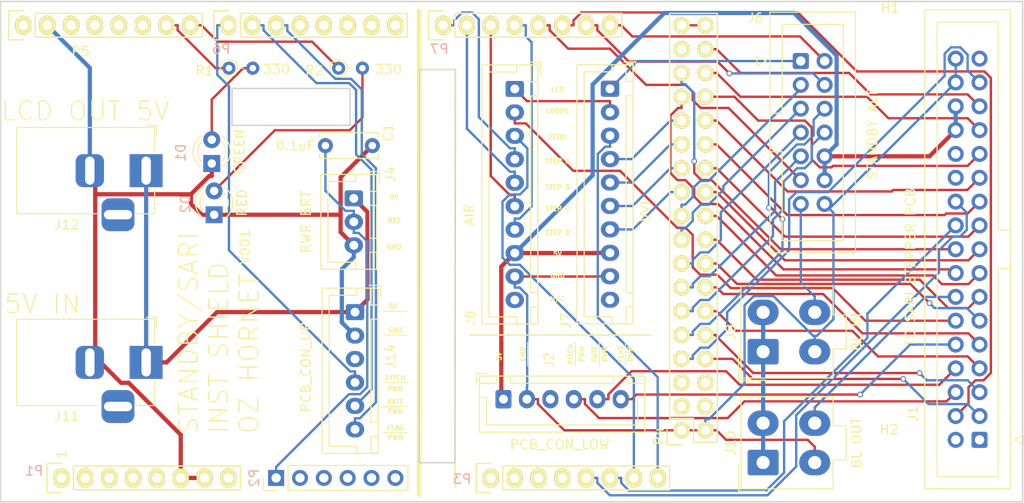
<source format=kicad_pcb>
(kicad_pcb (version 20211014) (generator pcbnew)
  (title_block (date "mar. 31 mars 2015"))
  (layers (0 "F.Cu" signal) (31 "B.Cu" signal) (34 "B.Paste" user) (35 "F.Paste" user) (36 "B.SilkS" user "B.Silkscreen") (37 "F.SilkS" user "F.Silkscreen") (38 "B.Mask" user) (39 "F.Mask" user) (44 "Edge.Cuts" user))
  (net 0 "")
  (net 1 "/47")
  (net 2 "/45")
  (net 3 "/43")
  (net 4 "/41")
  (net 5 "/39")
  (net 6 "/37")
  (net 7 "/SDA")
  (net 8 "/VDD")
  (net 9 "/25")
  (net 11 "/23")
  (net 12 "GNDD")
  (net 14 "Net-(D1-Pad2)")
  (net 15 "Net-(D2-Pad2)")
  (net 16 "/49")
  (net 17 "/D13")
  (net 18 "/D5")
  (net 19 "/21(SCL)")
  (net 20 "/LOWER_OUTPUT_5V")
  (net 21 "/UPPER_OUTPUT_5V")
  (net 22 "+5VL")
  (net 23 "/A3")
  (net 24 "/A2")
  (net 25 "/A1")
  (net 26 "/A0")
  (net 27 "/A4")
  (net 28 "/IOREF")
  (net 29 "/Reset")
  (net 30 "+3V3")
  (net 31 "/Vin")
  (net 32 "/A5")
  (net 33 "/LED_DATA_LOOP_3")
  (net 34 "/LED_DATA_OUT")
  (net 35 "/LED+5V")
  (net 38 "/22")
  (net 40 "/LED_DATA_LOOP_1")
  (net 41 "/LED_DATA_IN")
  (net 42 "/LED_DATA_LOOP_2")
  (net 43 "/A11")
  (net 44 "/A10")
  (net 45 "/A9")
  (net 46 "/A8")
  (net 47 "/A15")
  (net 48 "/35")
  (net 49 "/A14")
  (net 50 "/33")
  (net 51 "/A13")
  (net 52 "/31")
  (net 53 "/29")
  (net 54 "/27")
  (net 55 "/48")
  (net 56 "/46")
  (net 57 "/44")
  (net 58 "/D18")
  (net 59 "/52")
  (net 60 "/53")
  (net 61 "/50")
  (net 62 "/51")
  (net 63 "/ARF")
  (net 64 "/D12")
  (net 65 "/D11")
  (net 66 "/D10")
  (net 67 "/D8")
  (net 68 "/D7")
  (net 69 "/D6")
  (net 70 "/D4")
  (net 71 "/D3")
  (net 72 "/D2")
  (net 73 "/D1")
  (net 74 "/D0")
  (net 75 "/D19")
  (net 76 "/D9")
  (net 77 "/LGND")
  (net 78 "/ENCODER_A")
  (net 79 "/ENCODER_B")
  (net 80 "/TEST_PUSH")
  (net 81 "/ALT_COIL_C")
  (net 82 "/ALT_COIL_D")
  (net 83 "/ALT_COIL_A")
  (net 84 "/ALT_COIL_B")
  (net 85 "Net-(P4-Pad35)")
  (net 86 "/AIR_COIL_D")
  (net 87 "/AIR_COIL_C")
  (net 88 "/AIR_COIL_B")
  (net 89 "/AIR_COIL_A")
  (net 90 "/SERVO_PITCH")
  (net 91 "/SERVO_RATE")
  (net 92 "/SERVO_FLAG")
  (net 93 "/28")
  (net 94 "/30")
  (net 95 "/32")
  (net 96 "/34")
  (footprint "Socket_Arduino_Mega:Socket_Strip_Arduino_2x18" (layer "F.Cu") (at 197.358 114.046 90)
    (fp_text reference "P4")
    (fp_text value "Digital" hide)
  )
  (footprint "Socket_Arduino_Mega:Socket_Strip_Arduino_1x08" (layer "F.Cu") (at 131.318 119.126)
    (fp_text reference "P1")
    (fp_text value "Power")
  )
  (footprint "Connector_PinHeader_2.54mm:PinHeader_1x06_P2.54mm_Vertical" (layer "F.Cu") (at 154.178 119.126 90)
    (fp_text reference "P2")
    (fp_text value "Analog")
  )
  (footprint "Socket_Arduino_Mega:Socket_Strip_Arduino_1x08" (layer "F.Cu") (at 177.038 119.126)
    (fp_text reference "P3")
    (fp_text value "Analog")
  )
  (footprint "Socket_Arduino_Mega:Socket_Strip_Arduino_1x08" (layer "F.Cu") (at 127.254 70.866)
    (fp_text reference "P5")
    (fp_text value "PWM")
  )
  (footprint "Socket_Arduino_Mega:Socket_Strip_Arduino_1x08" (layer "F.Cu") (at 149.098 70.866)
    (fp_text reference "P6")
    (fp_text value "PWM")
  )
  (footprint "Socket_Arduino_Mega:Socket_Strip_Arduino_1x08" (layer "F.Cu") (at 171.958 70.866)
    (fp_text reference "P7")
    (fp_text value "Communication")
  )
  (footprint "LED_THT:LED_D3.0mm" (layer "F.Cu") (at 147.32 85.603 90)
    (fp_text reference "D1")
    (fp_text value "GREEN")
  )
  (footprint "LED_THT:LED_D3.0mm" (layer "F.Cu") (at 147.574 91.064 90)
    (fp_text reference "D2")
    (fp_text value "RED")
  )
  (footprint "PT_Library_v001:PT_R_Axial_DIN0204_L3.6mm_D1.6mm_P2.54mm_Vertical" (layer "F.Cu") (at 149.148 75.438)
    (fp_text reference "R1")
    (fp_text value "330")
  )
  (footprint "PT_Library_v001:PT_R_Axial_DIN0204_L3.6mm_D1.6mm_P2.54mm_Vertical" (layer "F.Cu") (at 160.832 75.438)
    (fp_text reference "R2")
    (fp_text value "330")
  )
  (footprint "Connector_IDC:IDC-Header_2x07_P2.54mm_Vertical" (layer "F.Cu") (at 210.058 74.676)
    (fp_text reference "J6")
    (fp_text value "STANDBY ALT")
  )
  (footprint "Connector_JST:JST_XH_B6B-XH-A_1x06_P2.50mm_Vertical" (layer "F.Cu") (at 178.388 110.727)
    (fp_text reference "J2")
    (fp_text value "PCB_CON_LOW")
  )
  (footprint "Connector_JST:JST_XH_B10B-XH-A_1x10_P2.50mm_Vertical" (layer "F.Cu") (at 189.738 77.63 -90)
    (fp_text reference "J7")
    (fp_text value "VVI")
  )
  (footprint "Connector_BarrelJack:BarrelJack_Horizontal" (layer "F.Cu") (at 140.335 106.807)
    (fp_text reference "J11")
    (fp_text value "5V IN")
  )
  (footprint "Connector_Molex:Molex_Mini-Fit_Jr_5566-04A_2x02_P4.20mm_Vertical" (layer "F.Cu") (at 206.046 105.664 90)
    (fp_text reference "J9")
    (fp_text value "BL IN")
  )
  (footprint "Connector_BarrelJack:BarrelJack_Horizontal" (layer "F.Cu") (at 140.335 86.36)
    (fp_text reference "J12")
    (fp_text value "LCD OUT 5V")
  )
  (footprint "MountingHole:MountingHole_2.5mm" (layer "F.Cu") (at 219.456 117.475)
    (fp_text reference "H2")
    (fp_text value "H2")
  )
  (footprint "Capacitor_THT:C_Disc_D6.0mm_W2.5mm_P5.00mm" (layer "F.Cu") (at 159.425 83.693)
    (fp_text reference "C1")
    (fp_text value "0.1uF")
  )
  (footprint "MountingHole:MountingHole_2.5mm" (layer "F.Cu") (at 219.583 72.517)
    (fp_text reference "H1")
    (fp_text value "H1")
  )
  (footprint "Connector_JST:JST_XH_B10B-XH-A_1x10_P2.50mm_Vertical" (layer "F.Cu") (at 179.595 77.65 -90)
    (fp_text reference "J8")
    (fp_text value "AIR")
  )
  (footprint "Connector_JST:JST_XH_B3B-XH-A_1x03_P2.50mm_Vertical" (layer "F.Cu") (at 162.45 89.321 -90)
    (fp_text reference "J4")
    (fp_text value "RWR BRT")
  )
  (footprint "Connector_JST:JST_XH_B6B-XH-A_1x06_P2.50mm_Vertical" (layer "F.Cu") (at 162.577 101.446 -90)
    (fp_text reference "J14")
    (fp_text value "PCB_CON_UP")
  )
  (footprint "Connector_IDC:IDC-Header_2x17_P2.54mm_Vertical" (layer "F.Cu") (at 229.0985 115.062 180)
    (fp_text reference "J1")
    (fp_text value "TO SARI STEPPER PCB")
  )
  (footprint "Connector_Molex:Molex_Mini-Fit_Jr_5566-04A_2x02_P4.20mm_Vertical" (layer "F.Cu") (at 206.046 117.484 90)
    (fp_text reference "J10")
    (fp_text value "BL OUT")
  )
  (gr_line (start 174.752 103.886) (end 194.056 103.886) (layer "F.SilkS") (width 0.15))
  (gr_line (start 165.608 111.506) (end 168.148 111.506) (layer "F.SilkS") (width 0.1))
  (gr_line (start 165.608 103.886) (end 168.148 103.886) (layer "F.SilkS") (width 0.1))
  (gr_line (start 188.595 107.188) (end 188.595 104.648) (layer "F.SilkS") (width 0.1))
  (gr_line (start 165.608 108.966) (end 168.148 108.966) (layer "F.SilkS") (width 0.1))
  (gr_line (start 173.228 75.565) (end 173.228 120.0785) (layer "F.SilkS") (width 0.15))
  (gr_line (start 169.418 69.342) (end 169.418 120.904) (layer "F.SilkS") (width 0.5))
  (gr_line (start 165.608 114.3) (end 168.148 114.3) (layer "F.SilkS") (width 0.1))
  (gr_line (start 186.055 107.188) (end 186.055 104.648) (layer "F.SilkS") (width 0.1))
  (gr_line (start 169.4815 75.565) (end 173.228 75.565) (layer "F.SilkS") (width 0.15))
  (gr_line (start 191.389 107.188) (end 191.389 104.648) (layer "F.SilkS") (width 0.1))
  (gr_line (start 180.975 107.188) (end 180.975 104.648) (layer "F.SilkS") (width 0.1))
  (gr_line (start 178.435 107.188) (end 178.435 104.648) (layer "F.SilkS") (width 0.1))
  (gr_line (start 165.608 101.346) (end 168.148 101.346) (layer "F.SilkS") (width 0.1))
  (gr_line (start 124.841 121.666) (end 233.68 121.666) (layer "Edge.Cuts") (width 0.15))
  (gr_line (start 149.479 77.597) (end 149.606 77.597) (layer "Edge.Cuts") (width 0.15))
  (gr_line (start 169.418 117.5004) (end 169.4688 75.5904) (layer "Edge.Cuts") (width 0.15))
  (gr_line (start 124.841 68.326) (end 233.68 68.326) (layer "Edge.Cuts") (width 0.15))
  (gr_line (start 173.228 117.5004) (end 169.418 117.5004) (layer "Edge.Cuts") (width 0.15))
  (gr_line (start 149.606 77.597) (end 162.052 77.597) (layer "Edge.Cuts") (width 0.15))
  (gr_line (start 149.479 81.534) (end 149.479 77.597) (layer "Edge.Cuts") (width 0.15))
  (gr_line (start 173.2788 75.5904) (end 173.228 117.5004) (layer "Edge.Cuts") (width 0.15))
  (gr_line (start 162.052 81.534) (end 149.479 81.534) (layer "Edge.Cuts") (width 0.15))
  (gr_line (start 233.68 121.666) (end 233.68 68.326) (layer "Edge.Cuts") (width 0.15))
  (gr_line (start 124.841 68.326) (end 124.841 121.666) (layer "Edge.Cuts") (width 0.15))
  (gr_line (start 169.4688 75.5904) (end 173.2788 75.5904) (layer "Edge.Cuts") (width 0.15))
  (gr_line (start 162.052 77.597) (end 162.052 81.534) (layer "Edge.Cuts") (width 0.15))
  (gr_text "LOOPS" (at 184.15 80.01) (layer "F.SilkS") (effects (font (size 0.5 0.5) (thickness 0.125))))
  (gr_text "PITCH" (at 166.878 108.458) (layer "F.SilkS") (effects (font (size 0.5 0.5) (thickness 0.125))))
  (gr_text "PWM" (at 186.69 105.918 90) (layer "F.SilkS") (effects (font (size 0.5 0.5) (thickness 0.125))))
  (gr_text "5V" (at 166.624 100.838) (layer "F.SilkS") (effects (font (size 0.5 0.5) (thickness 0.125))))
  (gr_text "PWM" (at 189.23 105.918 90) (layer "F.SilkS") (effects (font (size 0.5 0.5) (thickness 0.125))))
  (gr_text "PWM" (at 166.878 114.808) (layer "F.SilkS") (effects (font (size 0.5 0.5) (thickness 0.125))))
  (gr_text "5V" (at 177.927 106.172 90) (layer "F.SilkS") (effects (font (size 0.5 0.5) (thickness 0.125))))
  (gr_text "ZERO" (at 184.15 82.804) (layer "F.SilkS") (effects (font (size 0.5 0.5) (thickness 0.125))))
  (gr_text "GND" (at 166.751 94.488) (layer "F.SilkS") (effects (font (size 0.5 0.5) (thickness 0.125))))
  (gr_text "RATE" (at 188.087 105.918 90) (layer "F.SilkS") (effects (font (size 0.5 0.5) (thickness 0.125))))
  (gr_text "PWM" (at 166.878 112.014) (layer "F.SilkS") (effects (font (size 0.5 0.5) (thickness 0.125))))
  (gr_text "STEP C" (at 184.15 90.424) (layer "F.SilkS") (effects (font (size 0.5 0.5) (thickness 0.125))))
  (gr_text "N/C" (at 184.15 100.076) (layer "F.SilkS") (effects (font (size 0.5 0.5) (thickness 0.125))))
  (gr_text "GND" (at 180.467 105.918 90) (layer "F.SilkS") (effects (font (size 0.5 0.5) (thickness 0.125))))
  (gr_text "1" (at 131.318 116.586 90) (layer "F.SilkS") (effects (font (size 1 1))))
  (gr_text "BRT" (at 166.751 91.694) (layer "F.SilkS") (effects (font (size 0.5 0.5) (thickness 0.125))))
  (gr_text "STANDBY/SARI\nINST SHIELD \nOZ HORNET" (at 148.082 114.554 90) (layer "F.SilkS") (effects (font (size 2 2)) (justify left)))
  (gr_text "PWM" (at 191.897 105.918 90) (layer "F.SilkS") (effects (font (size 0.5 0.5) (thickness 0.125))))
  (gr_text "GND" (at 166.878 103.378) (layer "F.SilkS") (effects (font (size 0.5 0.5) (thickness 0.125))))
  (gr_text "FLAG" (at 190.881 105.918 90) (layer "F.SilkS") (effects (font (size 0.5 0.5) (thickness 0.125))))
  (gr_text "5V" (at 184.15 95.25) (layer "F.SilkS") (effects (font (size 0.5 0.5) (thickness 0.125))))
  (gr_text "PITCH" (at 185.547 105.918 90) (layer "F.SilkS") (effects (font (size 0.5 0.5) (thickness 0.125))))
  (gr_text "STEP D" (at 184.15 92.964) (layer "F.SilkS") (effects (font (size 0.5 0.5) (thickness 0.125))))
  (gr_text "V001\n" (at 150.876 94.488 90) (layer "F.SilkS") (effects (font (size 1 1))))
  (gr_text "5V" (at 166.751 89.154) (layer "F.SilkS") (effects (font (size 0.5 0.5) (thickness 0.125))))
  (gr_text "LED" (at 184.15 77.724) (layer "F.SilkS") (effects (font (size 0.5 0.5) (thickness 0.125))))
  (gr_text "PWM" (at 166.878 109.601) (layer "F.SilkS") (effects (font (size 0.5 0.5) (thickness 0.125))))
  (gr_text "RATE" (at 166.878 110.998) (layer "F.SilkS") (effects (font (size 0.5 0.5) (thickness 0.125))))
  (gr_text "STEP B" (at 184.15 88.138) (layer "F.SilkS") (effects (font (size 0.5 0.5) (thickness 0.125))))
  (gr_text "FLAG" (at 166.878 113.792) (layer "F.SilkS") (effects (font (size 0.5 0.5) (thickness 0.125))))
  (gr_text "GND" (at 184.15 97.536) (layer "F.SilkS") (effects (font (size 0.5 0.5) (thickness 0.125))))
  (gr_text "STEP A" (at 184.15 85.344) (layer "F.SilkS") (effects (font (size 0.5 0.5) (thickness 0.125))))
  (segment (start 204.9935 107.9412) (end 201.0869 104.0346) (width 0.25) (layer "F.Cu") (net 1))
  (segment (start 201.0869 104.0346) (end 201.0869 103.886) (width 0.25) (layer "F.Cu") (net 1))
  (segment (start 199.898 103.886) (end 201.0869 103.886) (width 0.25) (layer "F.Cu") (net 1))
  (segment (start 222.7067 107.9412) (end 204.9935 107.9412) (width 0.25) (layer "F.Cu") (net 1))
  (via (at 222.7067 107.9412) (size 0.6) (drill 0.4) (layers "F.Cu" "B.Cu") (net 1))
  (segment (start 229.0985 109.982) (end 227.8285 108.712) (width 0.25) (layer "B.Cu") (net 1))
  (segment (start 223.4775 108.712) (end 222.7067 107.9412) (width 0.25) (layer "B.Cu") (net 1))
  (segment (start 227.8285 108.712) (end 223.4775 108.712) (width 0.25) (layer "B.Cu") (net 1))
  (segment (start 199.898 101.346) (end 201.0869 101.346) (width 0.25) (layer "F.Cu") (net 2))
  (segment (start 227.8285 106.172) (end 218.2864 106.172) (width 0.25) (layer "F.Cu") (net 2))
  (segment (start 215.55 103.4356) (end 203.1765 103.4356) (width 0.25) (layer "F.Cu") (net 2))
  (segment (start 229.0985 107.442) (end 227.8285 106.172) (width 0.25) (layer "F.Cu") (net 2))
  (segment (start 203.1765 103.4356) (end 201.0869 101.346) (width 0.25) (layer "F.Cu") (net 2))
  (segment (start 218.2864 106.172) (end 215.55 103.4356) (width 0.25) (layer "F.Cu") (net 2))
  (segment (start 229.0985 104.902) (end 227.9084 103.7119) (width 0.25) (layer "F.Cu") (net 3))
  (segment (start 227.9084 103.7119) (end 216.637 103.7119) (width 0.25) (layer "F.Cu") (net 3))
  (segment (start 216.637 103.7119) (end 212.4368 99.5117) (width 0.25) (layer "F.Cu") (net 3))
  (segment (start 212.4368 99.5117) (end 201.7926 99.5117) (width 0.25) (layer "F.Cu") (net 3))
  (segment (start 201.7926 99.5117) (end 201.0869 98.806) (width 0.25) (layer "F.Cu") (net 3))
  (segment (start 199.898 98.806) (end 201.0869 98.806) (width 0.25) (layer "F.Cu") (net 3))
  (segment (start 199.898 96.266) (end 201.0869 96.266) (width 0.25) (layer "F.Cu") (net 4))
  (segment (start 203.2584 98.4375) (end 221.7245 98.4375) (width 0.25) (layer "F.Cu") (net 4))
  (segment (start 221.7245 98.4375) (end 223.7707 100.4837) (width 0.25) (layer "F.Cu") (net 4))
  (segment (start 201.0869 96.266) (end 203.2584 98.4375) (width 0.25) (layer "F.Cu") (net 4))
  (via (at 223.7707 100.4837) (size 0.6) (drill 0.4) (layers "F.Cu" "B.Cu") (net 4))
  (segment (start 227.7574 101.0209) (end 224.3079 101.0209) (width 0.25) (layer "B.Cu") (net 4))
  (segment (start 229.0985 102.362) (end 227.7574 101.0209) (width 0.25) (layer "B.Cu") (net 4))
  (segment (start 224.3079 101.0209) (end 223.7707 100.4837) (width 0.25) (layer "B.Cu") (net 4))
  (segment (start 222.7253 97.9871) (end 225.7648 101.0266) (width 0.25) (layer "F.Cu") (net 5))
  (segment (start 201.0869 93.726) (end 205.348 97.9871) (width 0.25) (layer "F.Cu") (net 5))
  (segment (start 205.348 97.9871) (end 222.7253 97.9871) (width 0.25) (layer "F.Cu") (net 5))
  (segment (start 227.8939 101.0266) (end 229.0985 99.822) (width 0.25) (layer "F.Cu") (net 5))
  (segment (start 199.898 93.726) (end 201.0869 93.726) (width 0.25) (layer "F.Cu") (net 5))
  (segment (start 225.7648 101.0266) (end 227.8939 101.0266) (width 0.25) (layer "F.Cu") (net 5))
  (segment (start 224.1632 97.5367) (end 207.4376 97.5367) (width 0.25) (layer "F.Cu") (net 6))
  (segment (start 207.4376 97.5367) (end 201.0869 91.186) (width 0.25) (layer "F.Cu") (net 6))
  (segment (start 225.088 98.4615) (end 224.1632 97.5367) (width 0.25) (layer "F.Cu") (net 6))
  (segment (start 199.898 91.186) (end 201.0869 91.186) (width 0.25) (layer "F.Cu") (net 6))
  (segment (start 229.0985 97.282) (end 227.919 98.4615) (width 0.25) (layer "F.Cu") (net 6))
  (segment (start 227.919 98.4615) (end 225.088 98.4615) (width 0.25) (layer "F.Cu") (net 6))
  (segment (start 191.7421 74.7413) (end 188.3869 71.3861) (width 0.25) (layer "F.Cu") (net 7))
  (segment (start 201.1939 74.7413) (end 191.7421 74.7413) (width 0.25) (layer "F.Cu") (net 7))
  (segment (start 202.4482 75.9956) (end 201.1939 74.7413) (width 0.25) (layer "F.Cu") (net 7))
  (segment (start 188.3869 71.3861) (end 188.3869 70.866) (width 0.25) (layer "F.Cu") (net 7))
  (segment (start 187.198 70.866) (end 188.3869 70.866) (width 0.25) (layer "F.Cu") (net 7))
  (via (at 202.4482 75.9956) (size 0.6) (drill 0.4) (layers "F.Cu" "B.Cu") (net 7))
  (segment (start 211.3776 75.9956) (end 202.4482 75.9956) (width 0.25) (layer "B.Cu") (net 7))
  (segment (start 212.598 77.216) (end 211.3776 75.9956) (width 0.25) (layer "B.Cu") (net 7))
  (segment (start 227.8285 80.772) (end 219.3895 80.772) (width 0.25) (layer "F.Cu") (net 9))
  (segment (start 229.0985 82.042) (end 227.8285 80.772) (width 0.25) (layer "F.Cu") (net 9))
  (segment (start 217.1035 78.486) (end 203.6269 78.486) (width 0.25) (layer "F.Cu") (net 9))
  (segment (start 203.6269 78.486) (end 201.0869 75.946) (width 0.25) (layer "F.Cu") (net 9))
  (segment (start 219.3895 80.772) (end 217.1035 78.486) (width 0.25) (layer "F.Cu") (net 9))
  (segment (start 199.898 75.946) (end 201.0869 75.946) (width 0.25) (layer "F.Cu") (net 9))
  (segment (start 217.4864 78.232) (end 227.8285 78.232) (width 0.25) (layer "F.Cu") (net 11))
  (segment (start 199.898 73.406) (end 201.0869 73.406) (width 0.25) (layer "F.Cu") (net 11))
  (segment (start 203.6269 75.946) (end 215.2004 75.946) (width 0.25) (layer "F.Cu") (net 11))
  (segment (start 227.8285 78.232) (end 229.0985 79.502) (width 0.25) (layer "F.Cu") (net 11))
  (segment (start 215.2004 75.946) (end 217.4864 78.232) (width 0.25) (layer "F.Cu") (net 11))
  (segment (start 201.0869 73.406) (end 203.6269 75.946) (width 0.25) (layer "F.Cu") (net 11))
  (segment (start 134.9083 106.2337) (end 137.657 108.9824) (width 0.45) (layer "F.Cu") (net 12))
  (segment (start 147.0604 86.9283) (end 147.32 86.9283) (width 0.45) (layer "F.Cu") (net 12))
  (segment (start 161.0441 91.064) (end 148.8993 91.064) (width 0.45) (layer "F.Cu") (net 12))
  (segment (start 134.335 86.36) (end 134.9083 86.9333) (width 0.45) (layer "F.Cu") (net 12))
  (segment (start 161.0441 91.064) (end 161.0441 87.0739) (width 0.45) (layer "F.Cu") (net 12))
  (segment (start 147.574 91.064) (end 148.8993 91.064) (width 0.45) (layer "F.Cu") (net 12))
  (segment (start 134.9083 88.8813) (end 134.9083 106.2337) (width 0.45) (layer "F.Cu") (net 12))
  (segment (start 162.45 94.321) (end 161.0441 92.9151) (width 0.45) (layer "F.Cu") (net 12))
  (segment (start 145.1072 88.8815) (end 147.0604 86.9283) (width 0.45) (layer "F.Cu") (net 12))
  (segment (start 145.1072 89.9225) (end 145.1072 88.8815) (width 0.45) (layer "F.Cu") (net 12))
  (segment (start 146.558 119.126) (end 145.2691 119.126) (width 0.45) (layer "F.Cu") (net 12))
  (segment (start 137.657 108.9824) (end 138.4737 108.9824) (width 0.45) (layer "F.Cu") (net 12))
  (segment (start 161.0441 92.9151) (end 161.0441 91.064) (width 0.45) (layer "F.Cu") (net 12))
  (segment (start 147.574 91.064) (end 146.2487 91.064) (width 0.45) (layer "F.Cu") (net 12))
  (segment (start 146.2487 91.064) (end 145.1072 89.9225) (width 0.45) (layer "F.Cu") (net 12))
  (segment (start 144.018 114.5267) (end 144.018 119.126) (width 0.45) (layer "F.Cu") (net 12))
  (segment (start 138.4737 108.9824) (end 144.018 114.5267) (width 0.45) (layer "F.Cu") (net 12))
  (segment (start 145.107 88.8813) (end 134.9083 88.8813) (width 0.45) (layer "F.Cu") (net 12))
  (segment (start 161.0441 87.0739) (end 164.425 83.693) (width 0.45) (layer "F.Cu") (net 12))
  (segment (start 134.9083 86.9333) (end 134.9083 88.8813) (width 0.45) (layer "F.Cu") (net 12))
  (segment (start 147.32 85.603) (end 147.32 86.9283) (width 0.45) (layer "F.Cu") (net 12))
  (segment (start 145.1072 88.8815) (end 145.107 88.8813) (width 0.45) (layer "F.Cu") (net 12))
  (segment (start 134.9083 106.2337) (end 134.335 106.807) (width 0.45) (layer "F.Cu") (net 12))
  (segment (start 144.018 119.126) (end 145.2691 119.126) (width 0.45) (layer "F.Cu") (net 12))
  (segment (start 162.45 94.321) (end 162.45 95.5963) (width 0.45) (layer "B.Cu") (net 12))
  (segment (start 134.335 86.36) (end 134.335 75.407) (width 0.45) (layer "B.Cu") (net 12))
  (segment (start 162.577 103.946) (end 161.1748 102.5438) (width 0.45) (layer "B.Cu") (net 12))
  (segment (start 161.1748 102.5438) (end 161.1748 96.8715) (width 0.45) (layer "B.Cu") (net 12))
  (segment (start 134.335 75.407) (end 129.794 70.866) (width 0.45) (layer "B.Cu") (net 12))
  (segment (start 161.1748 96.8715) (end 162.45 95.5963) (width 0.45) (layer "B.Cu") (net 12))
  (segment (start 150.6627 75.438) (end 147.32 78.7807) (width 0.25) (layer "F.Cu") (net 14))
  (segment (start 151.688 75.438) (end 150.6627 75.438) (width 0.25) (layer "F.Cu") (net 14))
  (segment (start 147.32 78.7807) (end 147.32 83.063) (width 0.25) (layer "F.Cu") (net 14))
  (segment (start 162.0182 82.0542) (end 154.0438 82.0542) (width 0.25) (layer "F.Cu") (net 15))
  (segment (start 154.0438 82.0542) (end 147.574 88.524) (width 0.25) (layer "F.Cu") (net 15))
  (segment (start 163.372 75.438) (end 163.372 80.7004) (width 0.25) (layer "F.Cu") (net 15))
  (segment (start 163.372 80.7004) (end 162.0182 82.0542) (width 0.25) (layer "F.Cu") (net 15))
  (segment (start 220.9699 108.5665) (end 204.9257 108.5665) (width 0.25) (layer "F.Cu") (net 16))
  (segment (start 202.7852 106.426) (end 199.898 106.426) (width 0.25) (layer "F.Cu") (net 16))
  (segment (start 204.9257 108.5665) (end 202.7852 106.426) (width 0.25) (layer "F.Cu") (net 16))
  (via (at 220.9699 108.5665) (size 0.6) (drill 0.4) (layers "F.Cu" "B.Cu") (net 16))
  (segment (start 227.8285 111.252) (end 223.6554 111.252) (width 0.25) (layer "B.Cu") (net 16))
  (segment (start 229.0985 112.522) (end 227.8285 111.252) (width 0.25) (layer "B.Cu") (net 16))
  (segment (start 223.6554 111.252) (end 220.9699 108.5665) (width 0.25) (layer "B.Cu") (net 16))
  (segment (start 163.0912 112.7707) (end 164.8045 111.0574) (width 0.25) (layer "B.Cu") (net 18))
  (segment (start 162.1617 76.5763) (end 160.4827 76.5763) (width 0.25) (layer "B.Cu") (net 18))
  (segment (start 154.178 70.866) (end 155.3669 70.866) (width 0.25) (layer "B.Cu") (net 18))
  (segment (start 155.3669 71.4605) (end 155.3669 70.866) (width 0.25) (layer "B.Cu") (net 18))
  (segment (start 163.2997 84.5936) (end 163.2997 77.7143) (width 0.25) (layer "B.Cu") (net 18))
  (segment (start 162.577 113.946) (end 162.577 112.7707) (width 0.25) (layer "B.Cu") (net 18))
  (segment (start 160.4827 76.5763) (end 155.3669 71.4605) (width 0.25) (layer "B.Cu") (net 18))
  (segment (start 162.577 112.7707) (end 163.0912 112.7707) (width 0.25) (layer "B.Cu") (net 18))
  (segment (start 163.2997 77.7143) (end 162.1617 76.5763) (width 0.25) (layer "B.Cu") (net 18))
  (segment (start 164.8045 111.0574) (end 164.8045 86.0984) (width 0.25) (layer "B.Cu") (net 18))
  (segment (start 164.8045 86.0984) (end 163.2997 84.5936) (width 0.25) (layer "B.Cu") (net 18))
  (segment (start 209.9769 72.0549) (end 192.1158 72.0549) (width 0.25) (layer "F.Cu") (net 19))
  (segment (start 212.598 74.676) (end 209.9769 72.0549) (width 0.25) (layer "F.Cu") (net 19))
  (segment (start 192.1158 72.0549) (end 190.9269 70.866) (width 0.25) (layer "F.Cu") (net 19))
  (segment (start 189.738 70.866) (end 190.9269 70.866) (width 0.25) (layer "F.Cu") (net 19))
  (segment (start 189.738 95.13) (end 188.3377 95.13) (width 0.45) (layer "F.Cu") (net 20))
  (segment (start 212.598 84.836) (end 223.7645 84.836) (width 0.45) (layer "F.Cu") (net 20))
  (segment (start 178.1588 110.4978) (end 178.1588 96.5862) (width 0.45) (layer "F.Cu") (net 20))
  (segment (start 178.388 110.727) (end 178.1588 110.4978) (width 0.45) (layer "F.Cu") (net 20))
  (segment (start 178.1588 96.5862) (end 179.595 95.15) (width 0.45) (layer "F.Cu") (net 20))
  (segment (start 188.3177 95.15) (end 188.3377 95.13) (width 0.45) (layer "F.Cu") (net 20))
  (segment (start 179.595 95.15) (end 188.3177 95.15) (width 0.45) (layer "F.Cu") (net 20))
  (segment (start 223.7645 84.836) (end 226.5585 82.042) (width 0.45) (layer "F.Cu") (net 20))
  (segment (start 195.5277 69.5534) (end 187.8872 77.1939) (width 0.45) (layer "B.Cu") (net 20))
  (segment (start 212.598 87.376) (end 212.598 84.836) (width 0.45) (layer "B.Cu") (net 20))
  (segment (start 187.8872 77.1939) (end 187.8872 86.8578) (width 0.45) (layer "B.Cu") (net 20))
  (segment (start 212.598 84.836) (end 213.8763 83.5577) (width 0.45) (layer "B.Cu") (net 20))
  (segment (start 213.8763 74.0915) (end 209.3382 69.5534) (width 0.45) (layer "B.Cu") (net 20))
  (segment (start 226.5585 79.502) (end 226.5585 82.042) (width 0.45) (layer "B.Cu") (net 20))
  (segment (start 213.8763 83.5577) (end 213.8763 74.0915) (width 0.45) (layer "B.Cu") (net 20))
  (segment (start 209.3382 69.5534) (end 195.5277 69.5534) (width 0.45) (layer "B.Cu") (net 20))
  (segment (start 187.8872 86.8578) (end 179.595 95.15) (width 0.45) (layer "B.Cu") (net 20))
  (segment (start 140.335 106.807) (end 142.5103 106.807) (width 0.45) (layer "F.Cu") (net 21))
  (segment (start 162.577 101.446) (end 163.9075 100.1155) (width 0.45) (layer "F.Cu") (net 21))
  (segment (start 162.577 101.446) (end 147.8713 101.446) (width 0.45) (layer "F.Cu") (net 21))
  (segment (start 163.9075 100.1155) (end 163.9075 90.7785) (width 0.45) (layer "F.Cu") (net 21))
  (segment (start 147.8713 101.446) (end 142.5103 106.807) (width 0.45) (layer "F.Cu") (net 21))
  (segment (start 163.9075 90.7785) (end 162.45 89.321) (width 0.45) (layer "F.Cu") (net 21))
  (segment (start 140.335 106.807) (end 140.335 86.36) (width 0.45) (layer "B.Cu") (net 21))
  (segment (start 163.1182 110.196) (end 163.8832 109.431) (width 0.25) (layer "B.Cu") (net 26))
  (segment (start 161.5685 90.6457) (end 159.425 88.5022) (width 0.25) (layer "B.Cu") (net 26))
  (segment (start 161.9327 110.196) (end 163.1182 110.196) (width 0.25) (layer "B.Cu") (net 26))
  (segment (start 163.8832 109.431) (end 163.8832 93.9153) (width 0.25) (layer "B.Cu") (net 26))
  (segment (start 162.45 90.6457) (end 161.5685 90.6457) (width 0.25) (layer "B.Cu") (net 26))
  (segment (start 154.178 119.126) (end 154.178 117.9507) (width 0.25) (layer "B.Cu") (net 26))
  (segment (start 162.45 91.821) (end 162.45 92.9963) (width 0.25) (layer "B.Cu") (net 26))
  (segment (start 162.45 91.821) (end 162.45 90.6457) (width 0.25) (layer "B.Cu") (net 26))
  (segment (start 162.9642 92.9963) (end 162.45 92.9963) (width 0.25) (layer "B.Cu") (net 26))
  (segment (start 159.425 88.5022) (end 159.425 83.693) (width 0.25) (layer "B.Cu") (net 26))
  (segment (start 163.8832 93.9153) (end 162.9642 92.9963) (width 0.25) (layer "B.Cu") (net 26))
  (segment (start 154.178 117.9507) (end 161.9327 110.196) (width 0.25) (layer "B.Cu") (net 26))
  (segment (start 213.4578 98.8878) (end 202.5919 98.8878) (width 0.25) (layer "F.Cu") (net 33))
  (segment (start 190.8154 86.38) (end 185.825 86.38) (width 0.25) (layer "F.Cu") (net 33))
  (segment (start 216.932 102.362) (end 213.4578 98.8878) (width 0.25) (layer "F.Cu") (net 33))
  (segment (start 202.5919 98.8878) (end 201.1591 97.455) (width 0.25) (layer "F.Cu") (net 33))
  (segment (start 201.1591 97.455) (end 199.3398 97.455) (width 0.25) (layer "F.Cu") (net 33))
  (segment (start 196.8914 92.456) (end 190.8154 86.38) (width 0.25) (layer "F.Cu") (net 33))
  (segment (start 197.7913 92.456) (end 196.8914 92.456) (width 0.25) (layer "F.Cu") (net 33))
  (segment (start 179.595 80.15) (end 179.595 81.3253) (width 0.25) (layer "F.Cu") (net 33))
  (segment (start 226.5585 102.362) (end 216.932 102.362) (width 0.25) (layer "F.Cu") (net 33))
  (segment (start 185.825 86.38) (end 180.7703 81.3253) (width 0.25) (layer "F.Cu") (net 33))
  (segment (start 198.547 96.6622) (end 198.547 93.2117) (width 0.25) (layer "F.Cu") (net 33))
  (segment (start 180.7703 81.3253) (end 179.595 81.3253) (width 0.25) (layer "F.Cu") (net 33))
  (segment (start 198.547 93.2117) (end 197.7913 92.456) (width 0.25) (layer "F.Cu") (net 33))
  (segment (start 199.3398 97.455) (end 198.547 96.6622) (width 0.25) (layer "F.Cu") (net 33))
  (segment (start 211.546 113.284) (end 211.546 111.6087) (width 0.25) (layer "B.Cu") (net 34))
  (segment (start 211.546 111.6087) (end 223.3327 99.822) (width 0.25) (layer "B.Cu") (net 34))
  (segment (start 223.3327 99.822) (end 226.5585 99.822) (width 0.25) (layer "B.Cu") (net 34))
  (segment (start 206.046 113.284) (end 206.046 115.0593) (width 0.45) (layer "B.Cu") (net 35))
  (segment (start 206.046 115.0593) (end 206.046 117.484) (width 0.45) (layer "B.Cu") (net 35))
  (segment (start 206.046 113.284) (end 206.046 105.664) (width 0.45) (layer "B.Cu") (net 35))
  (segment (start 206.046 105.664) (end 206.046 101.464) (width 0.45) (layer "B.Cu") (net 35))
  (segment (start 192.692 74.676) (end 210.058 74.676) (width 0.25) (layer "B.Cu") (net 40))
  (segment (start 189.738 77.63) (end 192.692 74.676) (width 0.25) (layer "B.Cu") (net 40))
  (segment (start 211.546 101.464) (end 211.546 99.7887) (width 0.25) (layer "B.Cu") (net 41))
  (segment (start 210.058 98.3007) (end 210.058 89.916) (width 0.25) (layer "B.Cu") (net 41))
  (segment (start 211.546 99.7887) (end 210.058 98.3007) (width 0.25) (layer "B.Cu") (net 41))
  (segment (start 180.8997 78.9547) (end 189.738 78.9547) (width 0.25) (layer "F.Cu") (net 42))
  (segment (start 189.738 80.13) (end 189.738 78.9547) (width 0.25) (layer "F.Cu") (net 42))
  (segment (start 179.595 77.65) (end 180.8997 78.9547) (width 0.25) (layer "F.Cu") (net 42))
  (segment (start 194.818 108.3858) (end 194.818 119.126) (width 0.25) (layer "B.Cu") (net 47))
  (segment (start 188.4376 84.5915) (end 188.4376 102.0054) (width 0.25) (layer "B.Cu") (net 47))
  (segment (start 189.2238 83.8053) (end 188.4376 84.5915) (width 0.25) (layer "B.Cu") (net 47))
  (segment (start 189.738 82.63) (end 189.738 83.8053) (width 0.25) (layer "B.Cu") (net 47))
  (segment (start 188.4376 102.0054) (end 194.818 108.3858) (width 0.25) (layer "B.Cu") (net 47))
  (segment (start 189.738 83.8053) (end 189.2238 83.8053) (width 0.25) (layer "B.Cu") (net 47))
  (segment (start 199.898 88.646) (end 201.0869 88.646) (width 0.25) (layer "F.Cu") (net 48))
  (segment (start 208.3611 95.9202) (end 201.0869 88.646) (width 0.25) (layer "F.Cu") (net 48))
  (segment (start 227.9203 95.9202) (end 208.3611 95.9202) (width 0.25) (layer "F.Cu") (net 48))
  (segment (start 229.0985 94.742) (end 227.9203 95.9202) (width 0.25) (layer "F.Cu") (net 48))
  (segment (start 178.2873 95.6351) (end 179.0522 96.4) (width 0.25) (layer "B.Cu") (net 49))
  (segment (start 178.2873 89.6663) (end 178.2873 95.6351) (width 0.25) (layer "B.Cu") (net 49))
  (segment (start 192.278 108.5393) (end 192.278 119.126) (width 0.25) (layer "B.Cu") (net 49))
  (segment (start 180.1469 88.9) (end 179.0536 88.9) (width 0.25) (layer "B.Cu") (net 49))
  (segment (start 180.935 83.99) (end 180.935 88.1119) (width 0.25) (layer "B.Cu") (net 49))
  (segment (start 180.1387 96.4) (end 192.278 108.5393) (width 0.25) (layer "B.Cu") (net 49))
  (segment (start 180.935 88.1119) (end 180.1469 88.9) (width 0.25) (layer "B.Cu") (net 49))
  (segment (start 179.595 82.65) (end 180.935 83.99) (width 0.25) (layer "B.Cu") (net 49))
  (segment (start 179.0522 96.4) (end 180.1387 96.4) (width 0.25) (layer "B.Cu") (net 49))
  (segment (start 179.0536 88.9) (end 178.2873 89.6663) (width 0.25) (layer "B.Cu") (net 49))
  (segment (start 227.9008 93.3997) (end 208.3806 93.3997) (width 0.25) (layer "F.Cu") (net 50))
  (segment (start 199.898 86.106) (end 201.0869 86.106) (width 0.25) (layer "F.Cu") (net 50))
  (segment (start 229.0985 92.202) (end 227.9008 93.3997) (width 0.25) (layer "F.Cu") (net 50))
  (segment (start 208.3806 93.3997) (end 201.0869 86.106) (width 0.25) (layer "F.Cu") (net 50))
  (segment (start 206.3768 120.4711) (end 191.7521 120.4711) (width 0.25) (layer "B.Cu") (net 51))
  (segment (start 217.1538 101.6067) (end 217.1538 104.2087) (width 0.25) (layer "B.Cu") (net 51))
  (segment (start 226.5585 92.202) (end 217.1538 101.6067) (width 0.25) (layer "B.Cu") (net 51))
  (segment (start 217.1538 104.2087) (end 208.2817 113.0808) (width 0.25) (layer "B.Cu") (net 51))
  (segment (start 208.2817 118.5662) (end 206.3768 120.4711) (width 0.25) (layer "B.Cu") (net 51))
  (segment (start 191.7521 120.4711) (end 190.9269 119.6459) (width 0.25) (layer "B.Cu") (net 51))
  (segment (start 190.9269 119.6459) (end 190.9269 119.126) (width 0.25) (layer "B.Cu") (net 51))
  (segment (start 208.2817 113.0808) (end 208.2817 118.5662) (width 0.25) (layer "B.Cu") (net 51))
  (segment (start 189.738 119.126) (end 190.9269 119.126) (width 0.25) (layer "B.Cu") (net 51))
  (segment (start 208.6195 91.0986) (end 201.0869 83.566) (width 0.25) (layer "F.Cu") (net 52))
  (segment (start 199.898 83.566) (end 201.0869 83.566) (width 0.25) (layer "F.Cu") (net 52))
  (segment (start 225.5425 90.932) (end 225.3759 91.0986) (width 0.25) (layer "F.Cu") (net 52))
  (segment (start 227.8285 90.932) (end 225.5425 90.932) (width 0.25) (layer "F.Cu") (net 52))
  (segment (start 225.3759 91.0986) (end 208.6195 91.0986) (width 0.25) (layer "F.Cu") (net 52))
  (segment (start 229.0985 89.662) (end 227.8285 90.932) (width 0.25) (layer "F.Cu") (net 52))
  (segment (start 229.0985 87.122) (end 227.798 88.4225) (width 0.25) (layer "F.Cu") (net 53))
  (segment (start 208.6424 88.5815) (end 201.0869 81.026) (width 0.25) (layer "F.Cu") (net 53))
  (segment (start 219.7411 88.5815) (end 208.6424 88.5815) (width 0.25) (layer "F.Cu") (net 53))
  (segment (start 227.798 88.4225) (end 219.9001 88.4225) (width 0.25) (layer "F.Cu") (net 53))
  (segment (start 199.898 81.026) (end 201.0869 81.026) (width 0.25) (layer "F.Cu") (net 53))
  (segment (start 219.9001 88.4225) (end 219.7411 88.5815) (width 0.25) (layer "F.Cu") (net 53))
  (segment (start 212.076 86.0114) (end 211.2334 85.1688) (width 0.25) (layer "F.Cu") (net 54))
  (segment (start 210.489 81.026) (end 205.53 81.026) (width 0.25) (layer "F.Cu") (net 54))
  (segment (start 202.99 78.486) (end 199.898 78.486) (width 0.25) (layer "F.Cu") (net 54))
  (segment (start 211.2334 85.1688) (end 211.2334 81.7704) (width 0.25) (layer "F.Cu") (net 54))
  (segment (start 205.53 81.026) (end 202.99 78.486) (width 0.25) (layer "F.Cu") (net 54))
  (segment (start 211.2334 81.7704) (end 210.489 81.026) (width 0.25) (layer "F.Cu") (net 54))
  (segment (start 227.8285 85.852) (end 213.4822 85.852) (width 0.25) (layer "F.Cu") (net 54))
  (segment (start 213.4822 85.852) (end 213.3228 86.0114) (width 0.25) (layer "F.Cu") (net 54))
  (segment (start 229.0985 84.582) (end 227.8285 85.852) (width 0.25) (layer "F.Cu") (net 54))
  (segment (start 213.3228 86.0114) (end 212.076 86.0114) (width 0.25) (layer "F.Cu") (net 54))
  (segment (start 202.2151 103.2588) (end 200.2368 105.2371) (width 0.25) (layer "B.Cu") (net 55))
  (segment (start 227.0403 73.2131) (end 226.065 73.2131) (width 0.25) (layer "B.Cu") (net 55))
  (segment (start 227.8285 75.692) (end 227.8285 74.0013) (width 0.25) (layer "B.Cu") (net 55))
  (segment (start 229.0985 76.962) (end 227.8285 75.692) (width 0.25) (layer "B.Cu") (net 55))
  (segment (start 226.065 73.2131) (end 225.3831 73.895) (width 0.25) (layer "B.Cu") (net 55))
  (segment (start 227.8285 74.0013) (end 227.0403 73.2131) (width 0.25) (layer "B.Cu") (net 55))
  (segment (start 212.9926 88.646) (end 209.6122 88.646) (width 0.25) (layer "B.Cu") (net 55))
  (segment (start 225.3831 76.2555) (end 212.9926 88.646) (width 0.25) (layer "B.Cu") (net 55))
  (segment (start 200.2368 105.2371) (end 199.3642 105.2371) (width 0.25) (layer "B.Cu") (net 55))
  (segment (start 208.8221 94.8443) (end 202.2151 101.4513) (width 0.25) (layer "B.Cu") (net 55))
  (segment (start 199.3642 105.2371) (end 198.5469 106.0544) (width 0.25) (layer "B.Cu") (net 55))
  (segment (start 225.3831 73.895) (end 225.3831 76.2555) (width 0.25) (layer "B.Cu") (net 55))
  (segment (start 208.8221 89.4361) (end 208.8221 94.8443) (width 0.25) (layer "B.Cu") (net 55))
  (segment (start 198.5469 106.0544) (end 198.5469 106.426) (width 0.25) (layer "B.Cu") (net 55))
  (segment (start 197.358 106.426) (end 198.5469 106.426) (width 0.25) (layer "B.Cu") (net 55))
  (segment (start 202.2151 101.4513) (end 202.2151 103.2588) (width 0.25) (layer "B.Cu") (net 55))
  (segment (start 209.6122 88.646) (end 208.8221 89.4361) (width 0.25) (layer "B.Cu") (net 55))
  (segment (start 206.6662 90.3219) (end 206.8949 90.3219) (width 0.25) (layer "F.Cu") (net 56))
  (segment (start 206.8949 90.3219) (end 208.1085 91.5355) (width 0.25) (layer "F.Cu") (net 56))
  (via (at 206.6662 90.3219) (size 0.6) (drill 0.4) (layers "F.Cu" "B.Cu") (net 56))
  (via (at 208.1085 91.5355) (size 0.6) (drill 0.4) (layers "F.Cu" "B.Cu") (net 56))
  (segment (start 206.6662 86.55) (end 206.6662 90.3219) (width 0.25) (layer "B.Cu") (net 56))
  (segment (start 198.5469 103.5144) (end 198.5469 103.886) (width 0.25) (layer "B.Cu") (net 56))
  (segment (start 199.3642 102.6971) (end 198.5469 103.5144) (width 0.25) (layer "B.Cu") (net 56))
  (segment (start 197.358 103.886) (end 198.5469 103.886) (width 0.25) (layer "B.Cu") (net 56))
  (segment (start 200.3324 102.6971) (end 199.3642 102.6971) (width 0.25) (layer "B.Cu") (net 56))
  (segment (start 211.4226 82.6008) (end 210.4574 83.566) (width 0.25) (layer "B.Cu") (net 56))
  (segment (start 211.4226 80.9314) (end 211.4226 82.6008) (width 0.25) (layer "B.Cu") (net 56))
  (segment (start 212.598 79.756) (end 211.4226 80.9314) (width 0.25) (layer "B.Cu") (net 56))
  (segment (start 208.1085 94.921) (end 200.3324 102.6971) (width 0.25) (layer "B.Cu") (net 56))
  (segment (start 209.6502 83.566) (end 206.6662 86.55) (width 0.25) (layer "B.Cu") (net 56))
  (segment (start 210.4574 83.566) (end 209.6502 83.566) (width 0.25) (layer "B.Cu") (net 56))
  (segment (start 208.1085 91.5355) (end 208.1085 94.921) (width 0.25) (layer "B.Cu") (net 56))
  (segment (start 211.2334 83.6606) (end 212.598 82.296) (width 0.25) (layer "B.Cu") (net 57))
  (segment (start 198.5469 100.9744) (end 199.3642 100.1571) (width 0.25) (layer "B.Cu") (net 57))
  (segment (start 199.3642 100.1571) (end 200.2729 100.1571) (width 0.25) (layer "B.Cu") (net 57))
  (segment (start 207.0923 93.3377) (end 207.0923 91.5947) (width 0.25) (layer "B.Cu") (net 57))
  (segment (start 200.2729 100.1571) (end 207.0923 93.3377) (width 0.25) (layer "B.Cu") (net 57))
  (segment (start 208.2181 90.4689) (end 208.2181 87.5512) (width 0.25) (layer "B.Cu") (net 57))
  (segment (start 197.358 101.346) (end 198.5469 101.346) (width 0.25) (layer "B.Cu") (net 57))
  (segment (start 211.2334 85.3616) (end 211.2334 83.6606) (width 0.25) (layer "B.Cu") (net 57))
  (segment (start 208.2181 87.5512) (end 209.6633 86.106) (width 0.25) (layer "B.Cu") (net 57))
  (segment (start 210.489 86.106) (end 211.2334 85.3616) (width 0.25) (layer "B.Cu") (net 57))
  (segment (start 209.6633 86.106) (end 210.489 86.106) (width 0.25) (layer "B.Cu") (net 57))
  (segment (start 207.0923 91.5947) (end 208.2181 90.4689) (width 0.25) (layer "B.Cu") (net 57))
  (segment (start 198.5469 101.346) (end 198.5469 100.9744) (width 0.25) (layer "B.Cu") (net 57))
  (segment (start 183.3069 71.3861) (end 183.3069 70.866) (width 0.25) (layer "F.Cu") (net 58))
  (segment (start 182.118 70.866) (end 183.3069 70.866) (width 0.25) (layer "F.Cu") (net 58))
  (segment (start 189.7195 73.3582) (end 185.279 73.3582) (width 0.25) (layer "F.Cu") (net 58))
  (segment (start 185.279 73.3582) (end 183.3069 71.3861) (width 0.25) (layer "F.Cu") (net 58))
  (segment (start 193.5773 77.216) (end 189.7195 73.3582) (width 0.25) (layer "F.Cu") (net 58))
  (segment (start 198.547 77.9717) (end 197.7913 77.216) (width 0.25) (layer "F.Cu") (net 58))
  (segment (start 202.357 79.675) (end 199.3837 79.675) (width 0.25) (layer "F.Cu") (net 58))
  (segment (start 210.058 87.376) (end 202.357 79.675) (width 0.25) (layer "F.Cu") (net 58))
  (segment (start 199.3837 79.675) (end 198.547 78.8383) (width 0.25) (layer "F.Cu") (net 58))
  (segment (start 197.7913 77.216) (end 193.5773 77.216) (width 0.25) (layer "F.Cu") (net 58))
  (segment (start 198.547 78.8383) (end 198.547 77.9717) (width 0.25) (layer "F.Cu") (net 58))
  (segment (start 160.832 75.438) (end 158.0067 72.6127) (width 0.25) (layer "F.Cu") (net 67))
  (segment (start 147.9696 72.6127) (end 146.2229 70.866) (width 0.25) (layer "F.Cu") (net 67))
  (segment (start 145.034 70.866) (end 146.2229 70.866) (width 0.25) (layer "F.Cu") (net 67))
  (segment (start 158.0067 72.6127) (end 147.9696 72.6127) (width 0.25) (layer "F.Cu") (net 67))
  (segment (start 149.098 70.866) (end 147.9091 70.866) (width 0.25) (layer "B.Cu") (net 68))
  (segment (start 147.9091 76.1396) (end 147.9091 70.866) (width 0.25) (layer "B.Cu") (net 68))
  (segment (start 162.577 107.7707) (end 162.0628 107.7707) (width 0.25) (layer "B.Cu") (net 68))
  (segment (start 149.1536 94.8615) (end 149.1536 77.3841) (width 0.25) (layer "B.Cu") (net 68))
  (segment (start 149.1536 77.3841) (end 147.9091 76.1396) (width 0.25) (layer "B.Cu") (net 68))
  (segment (start 162.0628 107.7707) (end 149.1536 94.8615) (width 0.25) (layer "B.Cu") (net 68))
  (segment (start 162.577 108.946) (end 162.577 107.7707) (width 0.25) (layer "B.Cu") (net 68))
  (segment (start 162.6941 84.6249) (end 164.3336 86.2644) (width 0.25) (layer "B.Cu") (net 69))
  (segment (start 158.4675 77.0267) (end 161.9603 77.0267) (width 0.25) (layer "B.Cu") (net 69))
  (segment (start 161.9603 77.0267) (end 162.6941 77.7605) (width 0.25) (layer "B.Cu") (net 69))
  (segment (start 162.6941 77.7605) (end 162.6941 84.6249) (width 0.25) (layer "B.Cu") (net 69))
  (segment (start 164.3336 109.6894) (end 162.577 111.446) (width 0.25) (layer "B.Cu") (net 69))
  (segment (start 152.8269 71.3861) (end 158.4675 77.0267) (width 0.25) (layer "B.Cu") (net 69))
  (segment (start 151.638 70.866) (end 152.8269 70.866) (width 0.25) (layer "B.Cu") (net 69))
  (segment (start 164.3336 86.2644) (end 164.3336 109.6894) (width 0.25) (layer "B.Cu") (net 69))
  (segment (start 152.8269 70.866) (end 152.8269 71.3861) (width 0.25) (layer "B.Cu") (net 69))
  (segment (start 226.5585 112.522) (end 227.9231 111.1574) (width 0.25) (layer "F.Cu") (net 75))
  (segment (start 216.0354 75.7866) (end 209.7419 69.4931) (width 0.25) (layer "F.Cu") (net 75))
  (segment (start 228.6675 108.712) (end 229.5192 108.712) (width 0.25) (layer "F.Cu") (net 75))
  (segment (start 227.9231 109.4564) (end 228.6675 108.712) (width 0.25) (layer "F.Cu") (net 75))
  (segment (start 184.658 70.866) (end 185.8469 70.866) (width 0.25) (layer "F.Cu") (net 75))
  (segment (start 230.3031 107.9281) (end 230.3031 76.4752) (width 0.25) (layer "F.Cu") (net 75))
  (segment (start 227.9231 111.1574) (end 227.9231 109.4564) (width 0.25) (layer "F.Cu") (net 75))
  (segment (start 186.6997 69.4931) (end 185.8469 70.3459) (width 0.25) (layer "F.Cu") (net 75))
  (segment (start 229.5192 108.712) (end 230.3031 107.9281) (width 0.25) (layer "F.Cu") (net 75))
  (segment (start 230.3031 76.4752) (end 229.6145 75.7866) (width 0.25) (layer "F.Cu") (net 75))
  (segment (start 229.6145 75.7866) (end 216.0354 75.7866) (width 0.25) (layer "F.Cu") (net 75))
  (segment (start 209.7419 69.4931) (end 186.6997 69.4931) (width 0.25) (layer "F.Cu") (net 75))
  (segment (start 185.8469 70.3459) (end 185.8469 70.866) (width 0.25) (layer "F.Cu") (net 75))
  (segment (start 147.7348 75.438) (end 143.6829 71.3861) (width 0.25) (layer "F.Cu") (net 76))
  (segment (start 143.6829 71.3861) (end 143.6829 70.866) (width 0.25) (layer "F.Cu") (net 76))
  (segment (start 149.148 75.438) (end 147.7348 75.438) (width 0.25) (layer "F.Cu") (net 76))
  (segment (start 142.494 70.866) (end 143.6829 70.866) (width 0.25) (layer "F.Cu") (net 76))
  (segment (start 199.898 114.046) (end 197.358 114.046) (width 0.25) (layer "F.Cu") (net 77))
  (segment (start 179.595 97.65) (end 188.4177 97.65) (width 0.25) (layer "F.Cu") (net 77))
  (segment (start 184.8681 114.046) (end 182.0633 111.2412) (width 0.25) (layer "F.Cu") (net 77))
  (segment (start 180.888 110.727) (end 182.0633 110.727) (width 0.25) (layer "F.Cu") (net 77))
  (segment (start 197.358 114.046) (end 184.8681 114.046) (width 0.25) (layer "F.Cu") (net 77))
  (segment (start 188.4177 97.65) (end 188.4377 97.63) (width 0.25) (layer "F.Cu") (net 77))
  (segment (start 211.546 115.8087) (end 210.7984 115.0611) (width 0.25) (layer "F.Cu") (net 77))
  (segment (start 199.898 114.046) (end 201.0869 114.046) (width 0.25) (layer "F.Cu") (net 77))
  (segment (start 182.0633 111.2412) (end 182.0633 110.727) (width 0.25) (layer "F.Cu") (net 77))
  (segment (start 211.546 117.484) (end 211.546 115.8087) (width 0.25) (layer "F.Cu") (net 77))
  (segment (start 189.738 97.63) (end 188.4377 97.63) (width 0.25) (layer "F.Cu") (net 77))
  (segment (start 202.102 115.0611) (end 201.0869 114.046) (width 0.25) (layer "F.Cu") (net 77))
  (segment (start 210.7984 115.0611) (end 202.102 115.0611) (width 0.25) (layer "F.Cu") (net 77))
  (segment (start 226.5585 74.422) (end 226.5585 76.962) (width 0.25) (layer "B.Cu") (net 77))
  (segment (start 200.2695 112.8571) (end 199.898 112.8571) (width 0.25) (layer "B.Cu") (net 77))
  (segment (start 213.5378 90.8558) (end 213.5378 102.2063) (width 0.25) (layer "B.Cu") (net 77))
  (segment (start 180.1092 98.8253) (end 179.595 98.8253) (width 0.25) (layer "B.Cu") (net 77))
  (segment (start 180.888 109.4267) (end 180.9196 109.3951) (width 0.25) (layer "B.Cu") (net 77))
  (segment (start 207.141 99.7365) (end 205.0511 99.7365) (width 0.25) (layer "B.Cu") (net 77))
  (segment (start 180.9196 99.6357) (end 180.1092 98.8253) (width 0.25) (layer "B.Cu") (net 77))
  (segment (start 213.1013 90.4192) (end 213.5378 90.8558) (width 0.25) (layer "B.Cu") (net 77))
  (segment (start 213.1013 90.4192) (end 226.5585 76.962) (width 0.25) (layer "B.Cu") (net 77))
  (segment (start 199.898 114.046) (end 199.898 112.8571) (width 0.25) (layer "B.Cu") (net 77))
  (segment (start 211.3932 103.9887) (end 207.141 99.7365) (width 0.25) (layer "B.Cu") (net 77))
  (segment (start 205.0511 99.7365) (end 204.0696 100.718) (width 0.25) (layer "B.Cu") (net 77))
  (segment (start 213.1013 90.4192) (end 212.598 89.916) (width 0.25) (layer "B.Cu") (net 77))
  (segment (start 213.5378 102.2063) (end 211.7554 103.9887) (width 0.25) (layer "B.Cu") (net 77))
  (segment (start 211.546 105.664) (end 211.546 103.9887) (width 0.25) (layer "B.Cu") (net 77))
  (segment (start 180.9196 109.3951) (end 180.9196 99.6357) (width 0.25) (layer "B.Cu") (net 77))
  (segment (start 179.595 97.65) (end 179.595 98.8253) (width 0.25) (layer "B.Cu") (net 77))
  (segment (start 211.7554 103.9887) (end 211.546 103.9887) (width 0.25) (layer "B.Cu") (net 77))
  (segment (start 204.0696 109.057) (end 200.2695 112.8571) (width 0.25) (layer "B.Cu") (net 77))
  (segment (start 180.888 110.727) (end 180.888 109.4267) (width 0.25) (layer "B.Cu") (net 77))
  (segment (start 204.0696 100.718) (end 204.0696 109.057) (width 0.25) (layer "B.Cu") (net 77))
  (segment (start 211.546 103.9887) (end 211.3932 103.9887) (width 0.25) (layer "B.Cu") (net 77))
  (segment (start 201.2401 89.916) (end 199.486 89.916) (width 0.25) (layer "F.Cu") (net 78))
  (segment (start 196.9864 79.6749) (end 197.358 79.6749) (width 0.25) (layer "F.Cu") (net 78))
  (segment (start 198.7091 89.1391) (end 198.7091 88.3147) (width 0.25) (layer "F.Cu") (net 78))
  (segment (start 208.2118 96.8877) (end 201.2401 89.916) (width 0.25) (layer "F.Cu") (net 78))
  (segment (start 196.9298 87.376) (end 196.1691 86.6153) (width 0.25) (layer "F.Cu") (net 78))
  (segment (start 226.1642 96.8877) (end 208.2118 96.8877) (width 0.25) (layer "F.Cu") (net 78))
  (segment (start 197.7704 87.376) (end 196.9298 87.376) (width 0.25) (layer "F.Cu") (net 78))
  (segment (start 199.486 89.916) (end 198.7091 89.1391) (width 0.25) (layer "F.Cu") (net 78))
  (segment (start 226.5585 97.282) (end 226.1642 96.8877) (width 0.25) (layer "F.Cu") (net 78))
  (segment (start 196.1691 80.4922) (end 196.9864 79.6749) (width 0.25) (layer "F.Cu") (net 78))
  (segment (start 196.1691 86.6153) (end 196.1691 80.4922) (width 0.25) (layer "F.Cu") (net 78))
  (segment (start 198.7091 88.3147) (end 197.7704 87.376) (width 0.25) (layer "F.Cu") (net 78))
  (segment (start 197.358 78.486) (end 197.358 79.6749) (width 0.25) (layer "F.Cu") (net 78))
  (segment (start 226.5585 94.742) (end 207.9214 94.742) (width 0.25) (layer "F.Cu") (net 79))
  (segment (start 199.4682 87.3634) (end 198.709 86.6042) (width 0.25) (layer "F.Cu") (net 79))
  (segment (start 207.9214 94.742) (end 200.5428 87.3634) (width 0.25) (layer "F.Cu") (net 79))
  (segment (start 198.709 86.6042) (end 198.709 85.3603) (width 0.25) (layer "F.Cu") (net 79))
  (segment (start 200.5428 87.3634) (end 199.4682 87.3634) (width 0.25) (layer "F.Cu") (net 79))
  (via (at 198.709 85.3603) (size 0.6) (drill 0.4) (layers "F.Cu" "B.Cu") (net 79))
  (segment (start 198.709 78.1144) (end 198.709 85.3603) (width 0.25) (layer "B.Cu") (net 79))
  (segment (start 197.7295 77.1349) (end 198.709 78.1144) (width 0.25) (layer "B.Cu") (net 79))
  (segment (start 197.358 77.1349) (end 197.7295 77.1349) (width 0.25) (layer "B.Cu") (net 79))
  (segment (start 197.358 75.946) (end 197.358 77.1349) (width 0.25) (layer "B.Cu") (net 79))
  (segment (start 226.2609 93.3774) (end 224.7759 94.8624) (width 0.25) (layer "B.Cu") (net 80))
  (segment (start 187.198 119.126) (end 188.3869 119.126) (width 0.25) (layer "B.Cu") (net 80))
  (segment (start 227.7339 92.6915) (end 227.048 93.3774) (width 0.25) (layer "B.Cu") (net 80))
  (segment (start 224.7759 97.2235) (end 209.5706 112.4288) (width 0.25) (layer "B.Cu") (net 80))
  (segment (start 226.5585 89.662) (end 227.7339 90.8374) (width 0.25) (layer "B.Cu") (net 80))
  (segment (start 209.5706 112.4288) (end 209.5706 117.9142) (width 0.25) (layer "B.Cu") (net 80))
  (segment (start 188.3869 119.6461) (end 188.3869 119.126) (width 0.25) (layer "B.Cu") (net 80))
  (segment (start 227.7339 90.8374) (end 227.7339 92.6915) (width 0.25) (layer "B.Cu") (net 80))
  (segment (start 224.7759 94.8624) (end 224.7759 97.2235) (width 0.25) (layer "B.Cu") (net 80))
  (segment (start 189.7147 120.9739) (end 188.3869 119.6461) (width 0.25) (layer "B.Cu") (net 80))
  (segment (start 227.048 93.3774) (end 226.2609 93.3774) (width 0.25) (layer "B.Cu") (net 80))
  (segment (start 209.5706 117.9142) (end 206.5109 120.9739) (width 0.25) (layer "B.Cu") (net 80))
  (segment (start 206.5109 120.9739) (end 189.7147 120.9739) (width 0.25) (layer "B.Cu") (net 80))
  (segment (start 210.058 77.6275) (end 200.2285 87.457) (width 0.25) (layer "B.Cu") (net 81))
  (segment (start 198.5469 88.2591) (end 198.5469 89.1798) (width 0.25) (layer "B.Cu") (net 81))
  (segment (start 200.2285 87.457) (end 199.349 87.457) (width 0.25) (layer "B.Cu") (net 81))
  (segment (start 197.7296 89.9971) (end 197.358 89.9971) (width 0.25) (layer "B.Cu") (net 81))
  (segment (start 197.358 91.186) (end 197.358 89.9971) (width 0.25) (layer "B.Cu") (net 81))
  (segment (start 199.349 87.457) (end 198.5469 88.2591) (width 0.25) (layer "B.Cu") (net 81))
  (segment (start 210.058 77.216) (end 210.058 77.6275) (width 0.25) (layer "B.Cu") (net 81))
  (segment (start 198.5469 89.1798) (end 197.7296 89.9971) (width 0.25) (layer "B.Cu") (net 81))
  (segment (start 201.8134 88.4183) (end 200.2347 89.997) (width 0.25) (layer "B.Cu") (net 82))
  (segment (start 199.3837 89.997) (end 198.5469 90.8338) (width 0.25) (layer "B.Cu") (net 82))
  (segment (start 198.5469 90.8338) (end 198.5469 91.7198) (width 0.25) (layer "B.Cu") (net 82))
  (segment (start 197.358 93.726) (end 197.358 92.5371) (width 0.25) (layer "B.Cu") (net 82))
  (segment (start 200.2347 89.997) (end 199.3837 89.997) (width 0.25) (layer "B.Cu") (net 82))
  (segment (start 210.058 79.756) (end 201.8134 88.0006) (width 0.25) (layer "B.Cu") (net 82))
  (segment (start 198.5469 91.7198) (end 197.7296 92.5371) (width 0.25) (layer "B.Cu") (net 82))
  (segment (start 197.7296 92.5371) (end 197.358 92.5371) (width 0.25) (layer "B.Cu") (net 82))
  (segment (start 201.8134 88.0006) (end 201.8134 88.4183) (width 0.25) (layer "B.Cu") (net 82))
  (segment (start 201.5442 93.7656) (end 200.2327 95.0771) (width 0.25) (layer "B.Cu") (net 83))
  (segment (start 197.358 96.266) (end 198.5469 96.266) (width 0.25) (layer "B.Cu") (net 83))
  (segment (start 198.5469 95.8944) (end 198.5469 96.266) (width 0.25) (layer "B.Cu") (net 83))
  (segment (start 201.5442 90.8098) (end 201.5442 93.7656) (width 0.25) (layer "B.Cu") (net 83))
  (segment (start 210.058 82.296) (end 201.5442 90.8098) (width 0.25) (layer "B.Cu") (net 83))
  (segment (start 200.2327 95.0771) (end 199.3642 95.0771) (width 0.25) (layer "B.Cu") (net 83))
  (segment (start 199.3642 95.0771) (end 198.5469 95.8944) (width 0.25) (layer "B.Cu") (net 83))
  (segment (start 210.058 84.836) (end 207.3174 87.5766) (width 0.25) (layer "B.Cu") (net 84))
  (segment (start 199.3642 97.6171) (end 198.5469 98.4344) (width 0.25) (layer "B.Cu") (net 84))
  (segment (start 200.3441 97.6171) (end 199.3642 97.6171) (width 0.25) (layer "B.Cu") (net 84))
  (segment (start 207.3174 90.6438) (end 200.3441 97.6171) (width 0.25) (layer "B.Cu") (net 84))
  (segment (start 207.3174 87.5766) (end 207.3174 90.6438) (width 0.25) (layer "B.Cu") (net 84))
  (segment (start 197.358 98.806) (end 198.5469 98.806) (width 0.25) (layer "B.Cu") (net 84))
  (segment (start 198.5469 98.4344) (end 198.5469 98.806) (width 0.25) (layer "B.Cu") (net 84))
  (segment (start 199.898 70.866) (end 197.358 70.866) (width 0.25) (layer "F.Cu") (net 85))
  (segment (start 180.1092 91.4747) (end 181.3854 90.1985) (width 0.25) (layer "B.Cu") (net 86))
  (segment (start 179.578 70.866) (end 180.7669 70.866) (width 0.25) (layer "B.Cu") (net 86))
  (segment (start 180.7669 72.0549) (end 180.7669 70.866) (width 0.25) (layer "B.Cu") (net 86))
  (segment (start 181.3854 72.6734) (end 180.7669 72.0549) (width 0.25) (layer "B.Cu") (net 86))
  (segment (start 179.595 91.4747) (end 180.1092 91.4747) (width 0.25) (layer "B.Cu") (net 86))
  (segment (start 181.3854 90.1985) (end 181.3854 72.6734) (width 0.25) (layer "B.Cu") (net 86))
  (segment (start 179.595 92.65) (end 179.595 91.4747) (width 0.25) (layer "B.Cu") (net 86))
  (segment (start 179.595 90.15) (end 179.595 88.9747) (width 0.25) (layer "F.Cu") (net 87))
  (segment (start 179.0808 88.9747) (end 177.038 86.9319) (width 0.25) (layer "F.Cu") (net 87))
  (segment (start 177.038 86.9319) (end 177.038 70.866) (width 0.25) (layer "F.Cu") (net 87))
  (segment (start 179.595 88.9747) (end 179.0808 88.9747) (width 0.25) (layer "F.Cu") (net 87))
  (segment (start 179.595 87.65) (end 179.595 86.4747) (width 0.25) (layer "B.Cu") (net 88))
  (segment (start 179.595 86.4747) (end 179.0808 86.4747) (width 0.25) (layer "B.Cu") (net 88))
  (segment (start 174.498 81.8919) (end 174.498 70.866) (width 0.25) (layer "B.Cu") (net 88))
  (segment (start 179.0808 86.4747) (end 174.498 81.8919) (width 0.25) (layer "B.Cu") (net 88))
  (segment (start 173.987 69.5058) (end 173.1469 70.3459) (width 0.25) (layer "B.Cu") (net 89))
  (segment (start 175.0459 69.5058) (end 173.987 69.5058) (width 0.25) (layer "B.Cu") (net 89))
  (segment (start 179.595 83.9747) (end 179.0808 83.9747) (width 0.25) (layer "B.Cu") (net 89))
  (segment (start 179.595 85.15) (end 179.595 83.9747) (width 0.25) (layer "B.Cu") (net 89))
  (segment (start 175.768 70.2279) (end 175.0459 69.5058) (width 0.25) (layer "B.Cu") (net 89))
  (segment (start 175.768 80.6619) (end 175.768 70.2279) (width 0.25) (layer "B.Cu") (net 89))
  (segment (start 173.1469 70.3459) (end 173.1469 70.866) (width 0.25) (layer "B.Cu") (net 89))
  (segment (start 171.958 70.866) (end 173.1469 70.866) (width 0.25) (layer "B.Cu") (net 89))
  (segment (start 179.0808 83.9747) (end 175.768 80.6619) (width 0.25) (layer "B.Cu") (net 89))
  (segment (start 185.888 110.727) (end 187.0633 110.727) (width 0.25) (layer "F.Cu") (net 90))
  (segment (start 204.0574 110.9609) (end 202.2764 112.7419) (width 0.25) (layer "F.Cu") (net 90))
  (segment (start 226.5585 109.982) (end 225.5796 110.9609) (width 0.25) (layer "F.Cu") (net 90))
  (segment (start 202.2764 112.7419) (end 188.564 112.7419) (width 0.25) (layer "F.Cu") (net 90))
  (segment (start 187.0633 111.2412) (end 187.0633 110.727) (width 0.25) (layer "F.Cu") (net 90))
  (segment (start 188.564 112.7419) (end 187.0633 111.2412) (width 0.25) (layer "F.Cu") (net 90))
  (segment (start 225.5796 110.9609) (end 204.0574 110.9609) (width 0.25) (layer "F.Cu") (net 90))
  (segment (start 226.5585 107.442) (end 224.8086 109.1919) (width 0.25) (layer "F.Cu") (net 91))
  (segment (start 224.8086 109.1919) (end 203.5467 109.1919) (width 0.25) (layer "F.Cu") (net 91))
  (segment (start 192.0299 107.7462) (end 189.5633 110.2128) (width 0.25) (layer "F.Cu") (net 91))
  (segment (start 203.5467 109.1919) (end 202.101 107.7462) (width 0.25) (layer "F.Cu") (net 91))
  (segment (start 188.388 110.727) (end 189.5633 110.727) (width 0.25) (layer "F.Cu") (net 91))
  (segment (start 202.101 107.7462) (end 192.0299 107.7462) (width 0.25) (layer "F.Cu") (net 91))
  (segment (start 189.5633 110.2128) (end 189.5633 110.727) (width 0.25) (layer "F.Cu") (net 91))
  (segment (start 192.5543 110.236) (end 192.0633 110.727) (width 0.25) (layer "F.Cu") (net 92))
  (segment (start 216.3759 110.236) (end 192.5543 110.236) (width 0.25) (layer "F.Cu") (net 92))
  (segment (start 190.888 110.727) (end 192.0633 110.727) (width 0.25) (layer "F.Cu") (net 92))
  (via (at 216.3759 110.236) (size 0.6) (drill 0.4) (layers "F.Cu" "B.Cu") (net 92))
  (segment (start 216.3759 110.236) (end 221.7099 104.902) (width 0.25) (layer "B.Cu") (net 92))
  (segment (start 221.7099 104.902) (end 226.5585 104.902) (width 0.25) (layer "B.Cu") (net 92))
  (segment (start 189.738 85.13) (end 192.0651 85.13) (width 0.25) (layer "B.Cu") (net 93))
  (segment (start 197.358 81.026) (end 196.1691 81.026) (width 0.25) (layer "B.Cu") (net 93))
  (segment (start 192.0651 85.13) (end 196.1691 81.026) (width 0.25) (layer "B.Cu") (net 93))
  (segment (start 192.1051 87.63) (end 196.1691 83.566) (width 0.25) (layer "B.Cu") (net 94))
  (segment (start 197.358 83.566) (end 196.1691 83.566) (width 0.25) (layer "B.Cu") (net 94))
  (segment (start 189.738 87.63) (end 192.1051 87.63) (width 0.25) (layer "B.Cu") (net 94))
  (segment (start 197.358 86.106) (end 196.1691 86.106) (width 0.25) (layer "B.Cu") (net 95))
  (segment (start 192.1451 90.13) (end 196.1691 86.106) (width 0.25) (layer "B.Cu") (net 95))
  (segment (start 189.738 90.13) (end 192.1451 90.13) (width 0.25) (layer "B.Cu") (net 95))
  (segment (start 192.1851 92.63) (end 196.1691 88.646) (width 0.25) (layer "B.Cu") (net 96))
  (segment (start 189.738 92.63) (end 192.1851 92.63) (width 0.25) (layer "B.Cu") (net 96))
  (segment (start 197.358 88.646) (end 196.1691 88.646) (width 0.25) (layer "B.Cu") (net 96))
)
</source>
